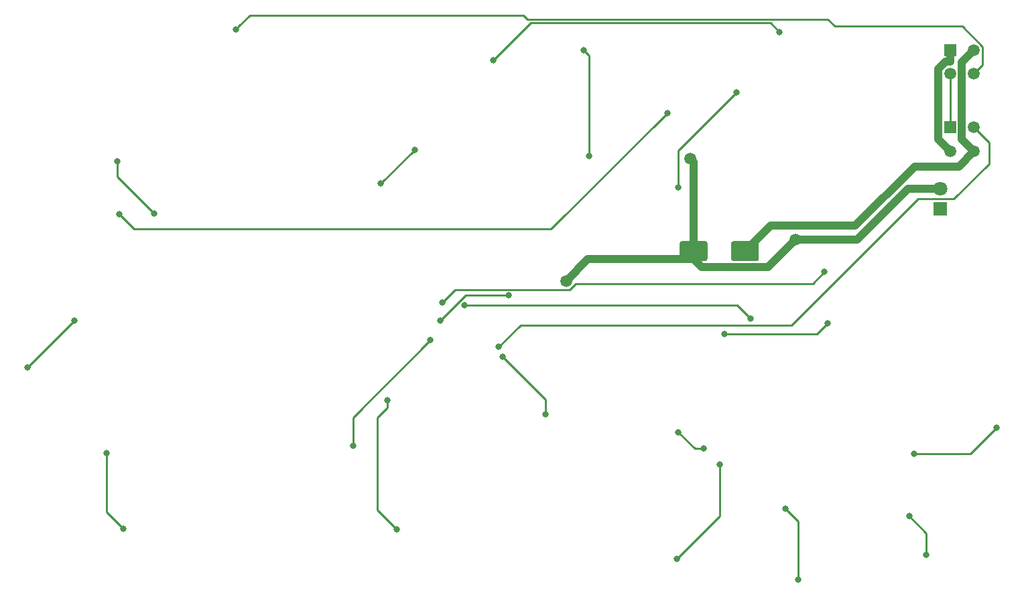
<source format=gbr>
%TF.GenerationSoftware,KiCad,Pcbnew,(5.1.6)-1*%
%TF.CreationDate,2020-11-25T11:23:34+11:00*%
%TF.ProjectId,SIM CNTL Panel PCB V1,53494d20-434e-4544-9c20-50616e656c20,rev?*%
%TF.SameCoordinates,Original*%
%TF.FileFunction,Copper,L2,Bot*%
%TF.FilePolarity,Positive*%
%FSLAX46Y46*%
G04 Gerber Fmt 4.6, Leading zero omitted, Abs format (unit mm)*
G04 Created by KiCad (PCBNEW (5.1.6)-1) date 2020-11-25 11:23:34*
%MOMM*%
%LPD*%
G01*
G04 APERTURE LIST*
%TA.AperFunction,ComponentPad*%
%ADD10C,1.520000*%
%TD*%
%TA.AperFunction,ComponentPad*%
%ADD11R,1.520000X1.520000*%
%TD*%
%TA.AperFunction,ComponentPad*%
%ADD12C,1.800000*%
%TD*%
%TA.AperFunction,ComponentPad*%
%ADD13R,1.800000X1.800000*%
%TD*%
%TA.AperFunction,ViaPad*%
%ADD14C,1.500000*%
%TD*%
%TA.AperFunction,ViaPad*%
%ADD15C,0.800000*%
%TD*%
%TA.AperFunction,Conductor*%
%ADD16C,1.000000*%
%TD*%
%TA.AperFunction,Conductor*%
%ADD17C,0.250000*%
%TD*%
G04 APERTURE END LIST*
D10*
%TO.P,J2,4*%
%TO.N,/LEDGND*%
X208990999Y-70792599D03*
%TO.P,J2,3*%
%TO.N,/DATAOUT*%
X208990999Y-67792600D03*
%TO.P,J2,2*%
%TO.N,/LED+5V*%
X205991000Y-70792599D03*
D11*
%TO.P,J2,1*%
%TO.N,/DATALOOP*%
X205991000Y-67792600D03*
%TD*%
D10*
%TO.P,J1,4*%
%TO.N,/DATAIN*%
X208965999Y-61013599D03*
%TO.P,J1,3*%
%TO.N,/LEDGND*%
X208965999Y-58013600D03*
%TO.P,J1,2*%
%TO.N,/DATALOOP*%
X205966000Y-61013599D03*
D11*
%TO.P,J1,1*%
%TO.N,/LED+5V*%
X205966000Y-58013600D03*
%TD*%
D12*
%TO.P,D1,2*%
%TO.N,/LED+5V*%
X204724000Y-75539600D03*
D13*
%TO.P,D1,1*%
%TO.N,Net-(D1-Pad1)*%
X204724000Y-78079600D03*
%TD*%
%TO.P,C1,2*%
%TO.N,/LEDGND*%
%TA.AperFunction,SMDPad,CuDef*%
G36*
G01*
X178311000Y-84439000D02*
X178311000Y-82439000D01*
G75*
G02*
X178561000Y-82189000I250000J0D01*
G01*
X181561000Y-82189000D01*
G75*
G02*
X181811000Y-82439000I0J-250000D01*
G01*
X181811000Y-84439000D01*
G75*
G02*
X181561000Y-84689000I-250000J0D01*
G01*
X178561000Y-84689000D01*
G75*
G02*
X178311000Y-84439000I0J250000D01*
G01*
G37*
%TD.AperFunction*%
%TO.P,C1,1*%
%TO.N,/LED+5V*%
%TA.AperFunction,SMDPad,CuDef*%
G36*
G01*
X171811000Y-84439000D02*
X171811000Y-82439000D01*
G75*
G02*
X172061000Y-82189000I250000J0D01*
G01*
X175061000Y-82189000D01*
G75*
G02*
X175311000Y-82439000I0J-250000D01*
G01*
X175311000Y-84439000D01*
G75*
G02*
X175061000Y-84689000I-250000J0D01*
G01*
X172061000Y-84689000D01*
G75*
G02*
X171811000Y-84439000I0J250000D01*
G01*
G37*
%TD.AperFunction*%
%TD*%
D14*
%TO.N,/LED+5V*%
X173099300Y-71720600D03*
X157436500Y-87223900D03*
X186442800Y-81972900D03*
D15*
%TO.N,/DATAIN*%
X115702500Y-55380800D03*
%TO.N,Net-(D7-Pad2)*%
X100765300Y-72043700D03*
X105437000Y-78701000D03*
%TO.N,Net-(D12-Pad2)*%
X134023900Y-74873900D03*
X138305000Y-70592800D03*
%TO.N,Net-(D16-Pad2)*%
X159703100Y-58013800D03*
X160391400Y-71377600D03*
%TO.N,Net-(D18-Pad2)*%
X184436600Y-55718200D03*
X148266900Y-59285900D03*
%TO.N,Net-(D26-Pad2)*%
X101019200Y-78791700D03*
X170232400Y-65963400D03*
%TO.N,Net-(D29-Pad2)*%
X95295900Y-92231000D03*
X89411800Y-98115100D03*
%TO.N,Net-(D34-Pad2)*%
X99356300Y-108950700D03*
X101528700Y-118570100D03*
%TO.N,/DATAOUT*%
X148936300Y-95544400D03*
%TO.N,Net-(D42-Pad2)*%
X211831000Y-105751200D03*
X201442100Y-109093000D03*
%TO.N,Net-(D44-Pad2)*%
X200810100Y-116967800D03*
X202979500Y-121843000D03*
%TO.N,Net-(D46-Pad2)*%
X185161000Y-116051000D03*
X186765200Y-124993000D03*
%TO.N,Net-(D48-Pad2)*%
X176868400Y-110470500D03*
X171448100Y-122352000D03*
%TO.N,Net-(D52-Pad2)*%
X190504400Y-92599200D03*
X177430400Y-93928800D03*
%TO.N,Net-(D53-Pad2)*%
X144627700Y-90242700D03*
X180772900Y-91951000D03*
%TO.N,Net-(D54-Pad2)*%
X150190700Y-89034100D03*
X141563400Y-92252800D03*
%TO.N,Net-(D57-Pad2)*%
X154874100Y-104054000D03*
X149450400Y-96813700D03*
%TO.N,Net-(D60-Pad2)*%
X136066100Y-118643000D03*
X134899400Y-102336600D03*
%TO.N,Net-(D61-Pad2)*%
X140316600Y-94691400D03*
X130526600Y-108077000D03*
%TO.N,Net-(D25-Pad2)*%
X178984800Y-63335000D03*
X171641500Y-75386800D03*
%TO.N,Net-(D37-Pad2)*%
X190051400Y-86081600D03*
X141785100Y-89943900D03*
%TO.N,Net-(D49-Pad2)*%
X171623300Y-106330100D03*
X174863300Y-108407000D03*
%TD*%
D16*
%TO.N,/LEDGND*%
X208991000Y-70792600D02*
X207050200Y-72733400D01*
X207050200Y-72733400D02*
X201500000Y-72733400D01*
X201500000Y-72733400D02*
X194002400Y-80231000D01*
X194002400Y-80231000D02*
X183269000Y-80231000D01*
X183269000Y-80231000D02*
X180061000Y-83439000D01*
X208991000Y-70792600D02*
X207466000Y-69267600D01*
X207466000Y-69267600D02*
X207466000Y-59513600D01*
X207466000Y-59513600D02*
X208966000Y-58013600D01*
%TO.N,/LED+5V*%
X173561000Y-83439000D02*
X173561000Y-72182300D01*
X173561000Y-72182300D02*
X173099300Y-71720600D01*
X173561000Y-84435500D02*
X173561000Y-83439000D01*
X173561000Y-84435500D02*
X160224900Y-84435500D01*
X160224900Y-84435500D02*
X157436500Y-87223900D01*
X186442800Y-81972900D02*
X182983700Y-85432000D01*
X182983700Y-85432000D02*
X174557500Y-85432000D01*
X174557500Y-85432000D02*
X173561000Y-84435500D01*
X204724000Y-75539600D02*
X200616600Y-75539600D01*
X200616600Y-75539600D02*
X194183300Y-81972900D01*
X194183300Y-81972900D02*
X186442800Y-81972900D01*
X205966000Y-58013600D02*
X205966000Y-59473900D01*
X205991000Y-70792600D02*
X204505700Y-69307300D01*
X204505700Y-69307300D02*
X204505700Y-60386500D01*
X204505700Y-60386500D02*
X205418300Y-59473900D01*
X205418300Y-59473900D02*
X205966000Y-59473900D01*
D17*
%TO.N,/DATAIN*%
X208966000Y-61013600D02*
X210089700Y-59889900D01*
X210089700Y-59889900D02*
X210089700Y-57576200D01*
X210089700Y-57576200D02*
X207499100Y-54985600D01*
X116097700Y-54985600D02*
X115702500Y-55380800D01*
X191388680Y-54985600D02*
X190527511Y-54124431D01*
X207499100Y-54985600D02*
X191388680Y-54985600D01*
X152564671Y-54124431D02*
X152016460Y-53576220D01*
X190527511Y-54124431D02*
X152564671Y-54124431D01*
X117507080Y-53576220D02*
X116097700Y-54985600D01*
X152016460Y-53576220D02*
X117507080Y-53576220D01*
%TO.N,Net-(D7-Pad2)*%
X105437000Y-78701000D02*
X100765300Y-74029300D01*
X100765300Y-74029300D02*
X100765300Y-72043700D01*
%TO.N,Net-(D12-Pad2)*%
X134023900Y-74873900D02*
X138305000Y-70592800D01*
%TO.N,Net-(D16-Pad2)*%
X159703100Y-58013800D02*
X160391400Y-58702100D01*
X160391400Y-58702100D02*
X160391400Y-71377600D01*
%TO.N,Net-(D18-Pad2)*%
X148266900Y-59285900D02*
X151834600Y-55718200D01*
X184436600Y-55718200D02*
X183292840Y-54574440D01*
X152978360Y-54574440D02*
X151834600Y-55718200D01*
X183292840Y-54574440D02*
X152978360Y-54574440D01*
%TO.N,Net-(D26-Pad2)*%
X101019200Y-78791700D02*
X102863300Y-80635800D01*
X102863300Y-80635800D02*
X155560000Y-80635800D01*
X155560000Y-80635800D02*
X170232400Y-65963400D01*
%TO.N,Net-(D29-Pad2)*%
X95295900Y-92231000D02*
X89411800Y-98115100D01*
%TO.N,Net-(D34-Pad2)*%
X99356300Y-108950700D02*
X99356300Y-116397700D01*
X99356300Y-116397700D02*
X101528700Y-118570100D01*
%TO.N,/DATAOUT*%
X148936300Y-95544400D02*
X151682400Y-92798300D01*
X151682400Y-92798300D02*
X185950800Y-92798300D01*
X185950800Y-92798300D02*
X201894900Y-76854200D01*
X201894900Y-76854200D02*
X206405100Y-76854200D01*
X206405100Y-76854200D02*
X210859700Y-72399600D01*
X210859700Y-72399600D02*
X210859700Y-69661300D01*
X210859700Y-69661300D02*
X208991000Y-67792600D01*
%TO.N,/DATALOOP*%
X205966000Y-61013600D02*
X205991000Y-61038600D01*
X205991000Y-61038600D02*
X205991000Y-67792600D01*
%TO.N,Net-(D42-Pad2)*%
X211831000Y-105751200D02*
X208489200Y-109093000D01*
X208489200Y-109093000D02*
X201442100Y-109093000D01*
%TO.N,Net-(D44-Pad2)*%
X202979500Y-121843000D02*
X202979500Y-119137200D01*
X202979500Y-119137200D02*
X200810100Y-116967800D01*
%TO.N,Net-(D46-Pad2)*%
X185161000Y-116051000D02*
X186765200Y-117655200D01*
X186765200Y-117655200D02*
X186765200Y-124993000D01*
%TO.N,Net-(D48-Pad2)*%
X171448100Y-122352000D02*
X176868400Y-116931700D01*
X176868400Y-116931700D02*
X176868400Y-110470500D01*
%TO.N,Net-(D52-Pad2)*%
X190504400Y-92599200D02*
X189174800Y-93928800D01*
X189174800Y-93928800D02*
X177430400Y-93928800D01*
%TO.N,Net-(D53-Pad2)*%
X180772900Y-91951000D02*
X179064600Y-90242700D01*
X179064600Y-90242700D02*
X144627700Y-90242700D01*
%TO.N,Net-(D54-Pad2)*%
X141563400Y-92252800D02*
X144782100Y-89034100D01*
X144782100Y-89034100D02*
X150190700Y-89034100D01*
%TO.N,Net-(D57-Pad2)*%
X149450400Y-96813700D02*
X154874100Y-102237400D01*
X154874100Y-102237400D02*
X154874100Y-104054000D01*
%TO.N,Net-(D60-Pad2)*%
X134899400Y-103200200D02*
X134899400Y-102336600D01*
X136066100Y-118643000D02*
X133634590Y-116211490D01*
X133634590Y-104465010D02*
X134899400Y-103200200D01*
X133634590Y-116211490D02*
X133634590Y-104465010D01*
%TO.N,Net-(D61-Pad2)*%
X130526600Y-108077000D02*
X130526600Y-104481400D01*
X130526600Y-104481400D02*
X140316600Y-94691400D01*
%TO.N,Net-(D25-Pad2)*%
X178984800Y-63335000D02*
X171641500Y-70678300D01*
X171641500Y-70678300D02*
X171641500Y-75386800D01*
%TO.N,Net-(D37-Pad2)*%
X141785100Y-89943900D02*
X143429800Y-88299200D01*
X143429800Y-88299200D02*
X157882000Y-88299200D01*
X157882000Y-88299200D02*
X158643100Y-87538100D01*
X158643100Y-87538100D02*
X158643100Y-87538000D01*
X158643100Y-87538000D02*
X188595000Y-87538000D01*
X188595000Y-87538000D02*
X190051400Y-86081600D01*
%TO.N,Net-(D49-Pad2)*%
X174863300Y-108407000D02*
X173700200Y-108407000D01*
X173700200Y-108407000D02*
X171623300Y-106330100D01*
%TD*%
M02*

</source>
